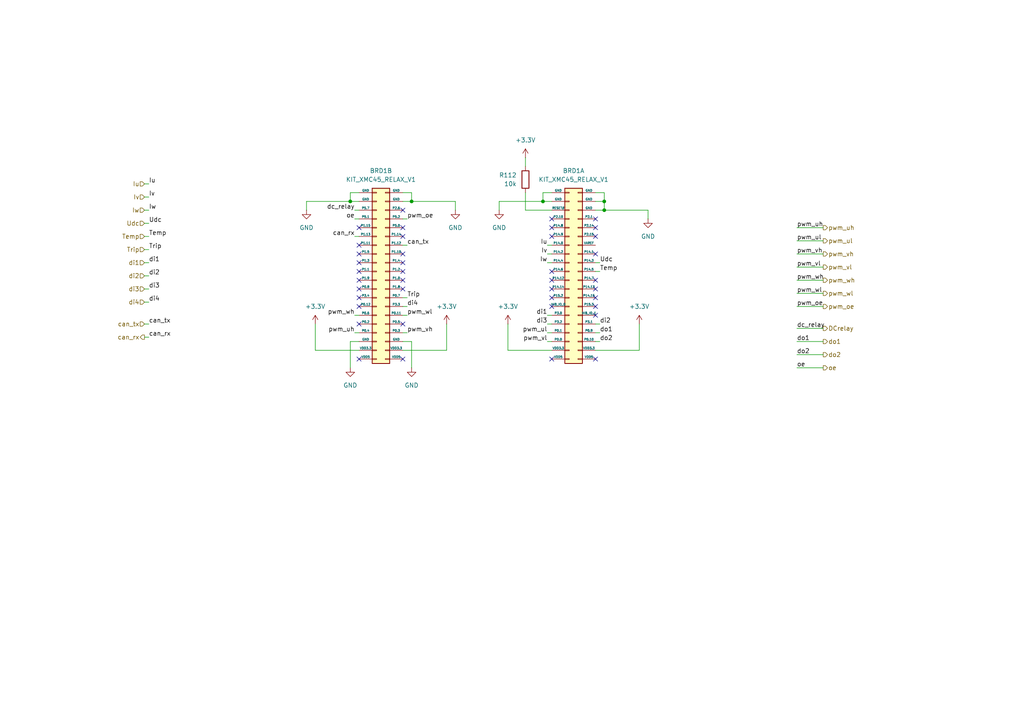
<source format=kicad_sch>
(kicad_sch (version 20231120) (generator "eeschema") (generator_version "8.0")
  (paper "A4")
  (lib_symbols
    (symbol "Device:R" (pin_numbers hide) (pin_names (offset 0))
      (property "Reference" "R" (at 2.032 0 90))
      (property "Value" "R" (at 0 0 90))
      (symbol "R_0_1"
        (rectangle (start -1.016 -2.54) (end 1.016 2.54) (stroke (width 0.254)))
      )
      (symbol "R_1_1"
        (pin passive line (at 0 3.81 270) (length 1.27) (name "~") (number "1"))
        (pin passive line (at 0 -3.81 90) (length 1.27) (name "~") (number "2"))
      )
    )
    (symbol "main:KIT_XMC45_RELAX_V1" (pin_numbers hide) (pin_names (offset 0))
      (property "Reference" "BRD" (at 0.254 26.162 0))
      (property "Value" "KIT_XMC45_RELAX_V1" (at 1.016 -28.702 0))
      (symbol "KIT_XMC45_RELAX_V1_1_1"
        (unit_name "X1")
        (rectangle (start -2.54 -25.273) (end -1.27 -25.527) (stroke (width 0.1524)))
        (rectangle (start -2.54 -22.733) (end -1.27 -22.987) (stroke (width 0.1524)))
        (rectangle (start -2.54 -20.193) (end -1.27 -20.447) (stroke (width 0.1524)))
        (rectangle (start -2.54 -17.653) (end -1.27 -17.907) (stroke (width 0.1524)))
        (rectangle (start -2.54 -15.113) (end -1.27 -15.367) (stroke (width 0.1524)))
        (rectangle (start -2.54 -12.573) (end -1.27 -12.827) (stroke (width 0.1524)))
        (rectangle (start -2.54 -10.033) (end -1.27 -10.287) (stroke (width 0.1524)))
        (rectangle (start -2.54 -7.493) (end -1.27 -7.747) (stroke (width 0.1524)))
        (rectangle (start -2.54 -4.953) (end -1.27 -5.207) (stroke (width 0.1524)))
        (rectangle (start -2.54 -2.413) (end -1.27 -2.667) (stroke (width 0.1524)))
        (rectangle (start -2.54 0.127) (end -1.27 -0.127) (stroke (width 0.1524)))
        (rectangle (start -2.54 2.667) (end -1.27 2.413) (stroke (width 0.1524)))
        (rectangle (start -2.54 5.207) (end -1.27 4.953) (stroke (width 0.1524)))
        (rectangle (start -2.54 7.747) (end -1.27 7.493) (stroke (width 0.1524)))
        (rectangle (start -2.54 10.287) (end -1.27 10.033) (stroke (width 0.1524)))
        (rectangle (start -2.54 12.827) (end -1.27 12.573) (stroke (width 0.1524)))
        (rectangle (start -2.54 15.367) (end -1.27 15.113) (stroke (width 0.1524)))
        (rectangle (start -2.54 17.907) (end -1.27 17.653) (stroke (width 0.1524)))
        (rectangle (start -2.54 20.447) (end -1.27 20.193) (stroke (width 0.1524)))
        (rectangle (start -2.54 22.987) (end -1.27 22.733) (stroke (width 0.1524)))
        (rectangle (start -2.54 24.13) (end 2.54 -26.67) (stroke (width 0.254)) (fill (type background)))
        (rectangle (start 2.54 -25.273) (end 1.27 -25.527) (stroke (width 0.1524)))
        (rectangle (start 2.54 -22.733) (end 1.27 -22.987) (stroke (width 0.1524)))
        (rectangle (start 2.54 -20.193) (end 1.27 -20.447) (stroke (width 0.1524)))
        (rectangle (start 2.54 -17.653) (end 1.27 -17.907) (stroke (width 0.1524)))
        (rectangle (start 2.54 -15.113) (end 1.27 -15.367) (stroke (width 0.1524)))
        (rectangle (start 2.54 -12.573) (end 1.27 -12.827) (stroke (width 0.1524)))
        (rectangle (start 2.54 -10.033) (end 1.27 -10.287) (stroke (width 0.1524)))
        (rectangle (start 2.54 -7.493) (end 1.27 -7.747) (stroke (width 0.1524)))
        (rectangle (start 2.54 -4.953) (end 1.27 -5.207) (stroke (width 0.1524)))
        (rectangle (start 2.54 -2.413) (end 1.27 -2.667) (stroke (width 0.1524)))
        (rectangle (start 2.54 0.127) (end 1.27 -0.127) (stroke (width 0.1524)))
        (rectangle (start 2.54 2.667) (end 1.27 2.413) (stroke (width 0.1524)))
        (rectangle (start 2.54 5.207) (end 1.27 4.953) (stroke (width 0.1524)))
        (rectangle (start 2.54 7.747) (end 1.27 7.493) (stroke (width 0.1524)))
        (rectangle (start 2.54 10.287) (end 1.27 10.033) (stroke (width 0.1524)))
        (rectangle (start 2.54 12.827) (end 1.27 12.573) (stroke (width 0.1524)))
        (rectangle (start 2.54 15.367) (end 1.27 15.113) (stroke (width 0.1524)))
        (rectangle (start 2.54 17.907) (end 1.27 17.653) (stroke (width 0.1524)))
        (rectangle (start 2.54 20.447) (end 1.27 20.193) (stroke (width 0.1524)))
        (rectangle (start 2.54 22.987) (end 1.27 22.733) (stroke (width 0.1524)))
        (pin passive line (at 6.35 22.86 180) (length 3.81) (name "GND") (number "1"))
        (pin passive line (at -6.35 12.7 0) (length 3.81) (name "P14.8") (number "10"))
        (pin passive line (at 6.35 10.16 180) (length 3.81) (name "P2.15") (number "11"))
        (pin passive line (at -6.35 10.16 0) (length 3.81) (name "P14.9") (number "12"))
        (pin passive line (at 6.35 7.62 180) (length 3.81) (name "VAREF") (number "13"))
        (pin passive line (at -6.35 7.62 0) (length 3.81) (name "P14.0") (number "14"))
        (pin passive line (at 6.35 5.08 180) (length 3.81) (name "P14.1") (number "15"))
        (pin passive line (at -6.35 5.08 0) (length 3.81) (name "P14.2") (number "16"))
        (pin passive line (at 6.35 2.54 180) (length 3.81) (name "P14.3") (number "17"))
        (pin passive line (at -6.35 2.54 0) (length 3.81) (name "P14.4") (number "18"))
        (pin passive line (at 6.35 0 180) (length 3.81) (name "P14.5") (number "19"))
        (pin passive line (at -6.35 22.86 0) (length 3.81) (name "GND") (number "2"))
        (pin passive line (at -6.35 0 0) (length 3.81) (name "P14.6") (number "20"))
        (pin passive line (at 6.35 -2.54 180) (length 3.81) (name "P14.7") (number "21"))
        (pin passive line (at -6.35 -2.54 0) (length 3.81) (name "P14.12") (number "22"))
        (pin passive line (at 6.35 -5.08 180) (length 3.81) (name "P14.13") (number "23"))
        (pin passive line (at -6.35 -5.08 0) (length 3.81) (name "P14.14") (number "24"))
        (pin passive line (at 6.35 -7.62 180) (length 3.81) (name "P14.15") (number "25"))
        (pin passive line (at -6.35 -7.62 0) (length 3.81) (name "P15.2") (number "26"))
        (pin passive line (at 6.35 -10.16 180) (length 3.81) (name "P15.3") (number "27"))
        (pin passive line (at -6.35 -10.16 0) (length 3.81) (name "HIB_IO_0") (number "28"))
        (pin passive line (at 6.35 -12.7 180) (length 3.81) (name "HIB_IO_1") (number "29"))
        (pin passive line (at 6.35 20.32 180) (length 3.81) (name "GND") (number "3"))
        (pin passive line (at -6.35 -12.7 0) (length 3.81) (name "P3.0") (number "30"))
        (pin passive line (at 6.35 -15.24 180) (length 3.81) (name "P3.1") (number "31"))
        (pin passive line (at -6.35 -15.24 0) (length 3.81) (name "P3.2") (number "32"))
        (pin passive line (at 6.35 -17.78 180) (length 3.81) (name "P0.9") (number "33"))
        (pin passive line (at -6.35 -17.78 0) (length 3.81) (name "P0.1") (number "34"))
        (pin passive line (at 6.35 -20.32 180) (length 3.81) (name "P0.10") (number "35"))
        (pin passive line (at -6.35 -20.32 0) (length 3.81) (name "P0.0") (number "36"))
        (pin passive line (at 6.35 -22.86 180) (length 3.81) (name "VDD3.3") (number "37"))
        (pin passive line (at -6.35 -22.86 0) (length 3.81) (name "VDD3.3") (number "38"))
        (pin passive line (at 6.35 -25.4 180) (length 3.81) (name "VDD5") (number "39"))
        (pin passive line (at -6.35 20.32 0) (length 3.81) (name "GND") (number "4"))
        (pin passive line (at -6.35 -25.4 0) (length 3.81) (name "VDD5") (number "40"))
        (pin passive line (at 6.35 17.78 180) (length 3.81) (name "GND") (number "5"))
        (pin passive line (at -6.35 17.78 0) (length 3.81) (name "RESET#") (number "6"))
        (pin passive line (at 6.35 15.24 180) (length 3.81) (name "P2.1") (number "7"))
        (pin passive line (at -6.35 15.24 0) (length 3.81) (name "P2.10") (number "8"))
        (pin passive line (at 6.35 12.7 180) (length 3.81) (name "P2.14") (number "9"))
      )
      (symbol "KIT_XMC45_RELAX_V1_2_1"
        (unit_name "X2")
        (rectangle (start -2.54 -25.273) (end -1.27 -25.527) (stroke (width 0.1524)))
        (rectangle (start -2.54 -22.733) (end -1.27 -22.987) (stroke (width 0.1524)))
        (rectangle (start -2.54 -20.193) (end -1.27 -20.447) (stroke (width 0.1524)))
        (rectangle (start -2.54 -17.653) (end -1.27 -17.907) (stroke (width 0.1524)))
        (rectangle (start -2.54 -15.113) (end -1.27 -15.367) (stroke (width 0.1524)))
        (rectangle (start -2.54 -12.573) (end -1.27 -12.827) (stroke (width 0.1524)))
        (rectangle (start -2.54 -10.033) (end -1.27 -10.287) (stroke (width 0.1524)))
        (rectangle (start -2.54 -7.493) (end -1.27 -7.747) (stroke (width 0.1524)))
        (rectangle (start -2.54 -4.953) (end -1.27 -5.207) (stroke (width 0.1524)))
        (rectangle (start -2.54 -2.413) (end -1.27 -2.667) (stroke (width 0.1524)))
        (rectangle (start -2.54 0.127) (end -1.27 -0.127) (stroke (width 0.1524)))
        (rectangle (start -2.54 2.667) (end -1.27 2.413) (stroke (width 0.1524)))
        (rectangle (start -2.54 5.207) (end -1.27 4.953) (stroke (width 0.1524)))
        (rectangle (start -2.54 7.747) (end -1.27 7.493) (stroke (width 0.1524)))
        (rectangle (start -2.54 10.287) (end -1.27 10.033) (stroke (width 0.1524)))
        (rectangle (start -2.54 12.827) (end -1.27 12.573) (stroke (width 0.1524)))
        (rectangle (start -2.54 15.367) (end -1.27 15.113) (stroke (width 0.1524)))
        (rectangle (start -2.54 17.907) (end -1.27 17.653) (stroke (width 0.1524)))
        (rectangle (start -2.54 20.447) (end -1.27 20.193) (stroke (width 0.1524)))
        (rectangle (start -2.54 22.987) (end -1.27 22.733) (stroke (width 0.1524)))
        (rectangle (start -2.54 24.13) (end 2.54 -26.67) (stroke (width 0.254)) (fill (type background)))
        (rectangle (start 2.54 -25.273) (end 1.27 -25.527) (stroke (width 0.1524)))
        (rectangle (start 2.54 -22.733) (end 1.27 -22.987) (stroke (width 0.1524)))
        (rectangle (start 2.54 -20.193) (end 1.27 -20.447) (stroke (width 0.1524)))
        (rectangle (start 2.54 -17.653) (end 1.27 -17.907) (stroke (width 0.1524)))
        (rectangle (start 2.54 -15.113) (end 1.27 -15.367) (stroke (width 0.1524)))
        (rectangle (start 2.54 -12.573) (end 1.27 -12.827) (stroke (width 0.1524)))
        (rectangle (start 2.54 -10.033) (end 1.27 -10.287) (stroke (width 0.1524)))
        (rectangle (start 2.54 -7.493) (end 1.27 -7.747) (stroke (width 0.1524)))
        (rectangle (start 2.54 -4.953) (end 1.27 -5.207) (stroke (width 0.1524)))
        (rectangle (start 2.54 -2.413) (end 1.27 -2.667) (stroke (width 0.1524)))
        (rectangle (start 2.54 0.127) (end 1.27 -0.127) (stroke (width 0.1524)))
        (rectangle (start 2.54 2.667) (end 1.27 2.413) (stroke (width 0.1524)))
        (rectangle (start 2.54 5.207) (end 1.27 4.953) (stroke (width 0.1524)))
        (rectangle (start 2.54 7.747) (end 1.27 7.493) (stroke (width 0.1524)))
        (rectangle (start 2.54 10.287) (end 1.27 10.033) (stroke (width 0.1524)))
        (rectangle (start 2.54 12.827) (end 1.27 12.573) (stroke (width 0.1524)))
        (rectangle (start 2.54 15.367) (end 1.27 15.113) (stroke (width 0.1524)))
        (rectangle (start 2.54 17.907) (end 1.27 17.653) (stroke (width 0.1524)))
        (rectangle (start 2.54 20.447) (end 1.27 20.193) (stroke (width 0.1524)))
        (rectangle (start 2.54 22.987) (end 1.27 22.733) (stroke (width 0.1524)))
        (pin passive line (at 6.35 22.86 180) (length 3.81) (name "GND") (number "1"))
        (pin passive line (at -6.35 12.7 0) (length 3.81) (name "P1.15") (number "10"))
        (pin passive line (at 6.35 10.16 180) (length 3.81) (name "P1.14") (number "11"))
        (pin passive line (at -6.35 10.16 0) (length 3.81) (name "P1.13") (number "12"))
        (pin passive line (at 6.35 7.62 180) (length 3.81) (name "P1.12") (number "13"))
        (pin passive line (at -6.35 7.62 0) (length 3.81) (name "P1.11") (number "14"))
        (pin passive line (at 6.35 5.08 180) (length 3.81) (name "P1.10") (number "15"))
        (pin passive line (at -6.35 5.08 0) (length 3.81) (name "P1.5") (number "16"))
        (pin passive line (at 6.35 2.54 180) (length 3.81) (name "P1.4") (number "17"))
        (pin passive line (at -6.35 2.54 0) (length 3.81) (name "P1.3") (number "18"))
        (pin passive line (at 6.35 0 180) (length 3.81) (name "P1.2") (number "19"))
        (pin passive line (at -6.35 22.86 0) (length 3.81) (name "GND") (number "2"))
        (pin passive line (at -6.35 0 0) (length 3.81) (name "P1.1") (number "20"))
        (pin passive line (at 6.35 -2.54 180) (length 3.81) (name "P1.0") (number "21"))
        (pin passive line (at -6.35 -2.54 0) (length 3.81) (name "P1.9") (number "22"))
        (pin passive line (at 6.35 -5.08 180) (length 3.81) (name "P1.8") (number "23"))
        (pin passive line (at -6.35 -5.08 0) (length 3.81) (name "P0.8") (number "24"))
        (pin passive line (at 6.35 -7.62 180) (length 3.81) (name "P0.7") (number "25"))
        (pin passive line (at -6.35 -7.62 0) (length 3.81) (name "P3.4") (number "26"))
        (pin passive line (at 6.35 -10.16 180) (length 3.81) (name "P3.3") (number "27"))
        (pin passive line (at -6.35 -10.16 0) (length 3.81) (name "P0.12") (number "28"))
        (pin passive line (at 6.35 -12.7 180) (length 3.81) (name "P0.11") (number "29"))
        (pin passive line (at 6.35 20.32 180) (length 3.81) (name "GND") (number "3"))
        (pin passive line (at -6.35 -12.7 0) (length 3.81) (name "P0.6") (number "30"))
        (pin passive line (at 6.35 -15.24 180) (length 3.81) (name "P0.5") (number "31"))
        (pin passive line (at -6.35 -15.24 0) (length 3.81) (name "P0.2") (number "32"))
        (pin passive line (at 6.35 -17.78 180) (length 3.81) (name "P0.3") (number "33"))
        (pin passive line (at -6.35 -17.78 0) (length 3.81) (name "P0.4") (number "34"))
        (pin passive line (at 6.35 -20.32 180) (length 3.81) (name "GND") (number "35"))
        (pin passive line (at -6.35 -20.32 0) (length 3.81) (name "GND") (number "36"))
        (pin passive line (at 6.35 -22.86 180) (length 3.81) (name "VDD3.3") (number "37"))
        (pin passive line (at -6.35 -22.86 0) (length 3.81) (name "VDD3.3") (number "38"))
        (pin passive line (at 6.35 -25.4 180) (length 3.81) (name "VDD5") (number "39"))
        (pin passive line (at -6.35 20.32 0) (length 3.81) (name "GND") (number "4"))
        (pin passive line (at -6.35 -25.4 0) (length 3.81) (name "VDD5") (number "40"))
        (pin passive line (at 6.35 17.78 180) (length 3.81) (name "P2.6") (number "5"))
        (pin passive line (at -6.35 17.78 0) (length 3.81) (name "P5.7") (number "6"))
        (pin passive line (at 6.35 15.24 180) (length 3.81) (name "P5.2") (number "7"))
        (pin passive line (at -6.35 15.24 0) (length 3.81) (name "P5.1") (number "8"))
        (pin passive line (at 6.35 12.7 180) (length 3.81) (name "P5.0") (number "9"))
      )
    )
    (symbol "power:+3.3V" (power) (pin_numbers hide) (pin_names (offset 0) hide)
      (property "Value" "+3.3V" (at 0 3.556 0))
      (symbol "+3.3V_0_1"
        (polyline (pts (xy -0.762 1.27) (xy 0 2.54)))
        (polyline (pts (xy 0 0) (xy 0 2.54)))
        (polyline (pts (xy 0 2.54) (xy 0.762 1.27)))
      )
      (symbol "+3.3V_1_1"
        (pin power_in line (at 0 0 90) (length 0) (name "~") (number "1"))
      )
    )
    (symbol "power:GND" (power) (pin_numbers hide) (pin_names (offset 0) hide)
      (property "Value" "GND" (at 0 -3.81 0))
      (symbol "GND_0_1"
        (polyline (pts (xy 0 0) (xy 0 -1.27) (xy 1.27 -1.27) (xy 0 -2.54) (xy -1.27 -1.27) (xy 0 -1.27)))
      )
      (symbol "GND_1_1"
        (pin power_in line (at 0 0 270) (length 0) (name "~") (number "1"))
      )
    )
  )
  (junction (at 119.38 58.42))
  (junction (at 175.26 60.96))
  (junction (at 101.6 58.42))
  (junction (at 175.26 58.42))
  (junction (at 157.48 58.42))
  (no_connect (at 104.14 104.14))
  (no_connect (at 116.84 68.58))
  (no_connect (at 172.72 86.36))
  (no_connect (at 160.02 66.04))
  (no_connect (at 160.02 86.36))
  (no_connect (at 104.14 71.12))
  (no_connect (at 172.72 63.5))
  (no_connect (at 104.14 86.36))
  (no_connect (at 116.84 93.98))
  (no_connect (at 116.84 66.04))
  (no_connect (at 160.02 63.5))
  (no_connect (at 104.14 83.82))
  (no_connect (at 160.02 83.82))
  (no_connect (at 160.02 104.14))
  (no_connect (at 104.14 73.66))
  (no_connect (at 104.14 76.2))
  (no_connect (at 116.84 104.14))
  (no_connect (at 116.84 78.74))
  (no_connect (at 116.84 83.82))
  (no_connect (at 116.84 73.66))
  (no_connect (at 172.72 73.66))
  (no_connect (at 172.72 88.9))
  (no_connect (at 116.84 81.28))
  (no_connect (at 172.72 66.04))
  (no_connect (at 104.14 81.28))
  (no_connect (at 160.02 68.58))
  (no_connect (at 172.72 104.14))
  (no_connect (at 104.14 78.74))
  (no_connect (at 104.14 66.04))
  (no_connect (at 172.72 91.44))
  (no_connect (at 116.84 60.96))
  (no_connect (at 172.72 68.58))
  (no_connect (at 116.84 76.2))
  (no_connect (at 172.72 81.28))
  (no_connect (at 160.02 78.74))
  (no_connect (at 160.02 88.9))
  (no_connect (at 160.02 81.28))
  (no_connect (at 104.14 93.98))
  (no_connect (at 172.72 83.82))
  (no_connect (at 104.14 88.9))
  (wire (pts (xy 160.02 60.96) (xy 152.4 60.96)))
  (wire (pts (xy 231.14 102.87) (xy 238.76 102.87)))
  (wire (pts (xy 231.14 69.85) (xy 238.76 69.85)))
  (wire (pts (xy 41.91 87.63) (xy 43.18 87.63)))
  (wire (pts (xy 144.78 58.42) (xy 157.48 58.42)))
  (wire (pts (xy 185.42 101.6) (xy 172.72 101.6)))
  (wire (pts (xy 116.84 99.06) (xy 119.38 99.06)))
  (wire (pts (xy 41.91 76.2) (xy 43.18 76.2)))
  (wire (pts (xy 144.78 60.96) (xy 144.78 58.42)))
  (wire (pts (xy 158.75 73.66) (xy 160.02 73.66)))
  (wire (pts (xy 41.91 72.39) (xy 43.18 72.39)))
  (wire (pts (xy 116.84 96.52) (xy 118.11 96.52)))
  (wire (pts (xy 116.84 55.88) (xy 119.38 55.88)))
  (wire (pts (xy 231.14 99.06) (xy 238.76 99.06)))
  (wire (pts (xy 152.4 45.72) (xy 152.4 48.26)))
  (wire (pts (xy 104.14 101.6) (xy 91.44 101.6)))
  (wire (pts (xy 119.38 106.68) (xy 119.38 99.06)))
  (wire (pts (xy 116.84 63.5) (xy 118.11 63.5)))
  (wire (pts (xy 158.75 93.98) (xy 160.02 93.98)))
  (wire (pts (xy 187.96 60.96) (xy 175.26 60.96)))
  (wire (pts (xy 172.72 93.98) (xy 173.99 93.98)))
  (wire (pts (xy 152.4 60.96) (xy 152.4 55.88)))
  (wire (pts (xy 116.84 91.44) (xy 118.11 91.44)))
  (wire (pts (xy 41.91 97.79) (xy 43.18 97.79)))
  (wire (pts (xy 160.02 58.42) (xy 157.48 58.42)))
  (wire (pts (xy 231.14 77.47) (xy 238.76 77.47)))
  (wire (pts (xy 129.54 101.6) (xy 116.84 101.6)))
  (wire (pts (xy 41.91 68.58) (xy 43.18 68.58)))
  (wire (pts (xy 41.91 53.34) (xy 43.18 53.34)))
  (wire (pts (xy 101.6 106.68) (xy 101.6 99.06)))
  (wire (pts (xy 41.91 83.82) (xy 43.18 83.82)))
  (wire (pts (xy 41.91 93.98) (xy 43.18 93.98)))
  (wire (pts (xy 116.84 71.12) (xy 118.11 71.12)))
  (wire (pts (xy 41.91 80.01) (xy 43.18 80.01)))
  (wire (pts (xy 158.75 96.52) (xy 160.02 96.52)))
  (wire (pts (xy 172.72 78.74) (xy 173.99 78.74)))
  (wire (pts (xy 41.91 64.77) (xy 43.18 64.77)))
  (wire (pts (xy 231.14 95.25) (xy 238.76 95.25)))
  (wire (pts (xy 172.72 96.52) (xy 173.99 96.52)))
  (wire (pts (xy 172.72 60.96) (xy 175.26 60.96)))
  (wire (pts (xy 158.75 76.2) (xy 160.02 76.2)))
  (wire (pts (xy 132.08 60.96) (xy 132.08 58.42)))
  (wire (pts (xy 157.48 58.42) (xy 157.48 55.88)))
  (wire (pts (xy 231.14 88.9) (xy 238.76 88.9)))
  (wire (pts (xy 41.91 60.96) (xy 43.18 60.96)))
  (wire (pts (xy 102.87 60.96) (xy 104.14 60.96)))
  (wire (pts (xy 147.32 93.98) (xy 147.32 101.6)))
  (wire (pts (xy 187.96 63.5) (xy 187.96 60.96)))
  (wire (pts (xy 116.84 88.9) (xy 118.11 88.9)))
  (wire (pts (xy 102.87 96.52) (xy 104.14 96.52)))
  (wire (pts (xy 172.72 99.06) (xy 173.99 99.06)))
  (wire (pts (xy 102.87 91.44) (xy 104.14 91.44)))
  (wire (pts (xy 147.32 101.6) (xy 160.02 101.6)))
  (wire (pts (xy 102.87 63.5) (xy 104.14 63.5)))
  (wire (pts (xy 158.75 99.06) (xy 160.02 99.06)))
  (wire (pts (xy 231.14 66.04) (xy 238.76 66.04)))
  (wire (pts (xy 104.14 58.42) (xy 101.6 58.42)))
  (wire (pts (xy 231.14 81.28) (xy 238.76 81.28)))
  (wire (pts (xy 172.72 58.42) (xy 175.26 58.42)))
  (wire (pts (xy 116.84 86.36) (xy 118.11 86.36)))
  (wire (pts (xy 102.87 68.58) (xy 104.14 68.58)))
  (wire (pts (xy 231.14 85.09) (xy 238.76 85.09)))
  (wire (pts (xy 175.26 60.96) (xy 175.26 58.42)))
  (wire (pts (xy 172.72 76.2) (xy 173.99 76.2)))
  (wire (pts (xy 104.14 99.06) (xy 101.6 99.06)))
  (wire (pts (xy 132.08 58.42) (xy 119.38 58.42)))
  (wire (pts (xy 88.9 58.42) (xy 101.6 58.42)))
  (wire (pts (xy 116.84 58.42) (xy 119.38 58.42)))
  (wire (pts (xy 175.26 55.88) (xy 175.26 58.42)))
  (wire (pts (xy 41.91 57.15) (xy 43.18 57.15)))
  (wire (pts (xy 231.14 73.66) (xy 238.76 73.66)))
  (wire (pts (xy 231.14 106.68) (xy 238.76 106.68)))
  (wire (pts (xy 91.44 101.6) (xy 91.44 93.98)))
  (wire (pts (xy 172.72 55.88) (xy 175.26 55.88)))
  (wire (pts (xy 101.6 58.42) (xy 101.6 55.88)))
  (wire (pts (xy 119.38 58.42) (xy 119.38 55.88)))
  (wire (pts (xy 129.54 93.98) (xy 129.54 101.6)))
  (wire (pts (xy 88.9 60.96) (xy 88.9 58.42)))
  (wire (pts (xy 158.75 91.44) (xy 160.02 91.44)))
  (wire (pts (xy 160.02 55.88) (xy 157.48 55.88)))
  (wire (pts (xy 101.6 55.88) (xy 104.14 55.88)))
  (wire (pts (xy 158.75 71.12) (xy 160.02 71.12)))
  (wire (pts (xy 185.42 93.98) (xy 185.42 101.6)))
  (label "Udc" (at 43.18 64.77 0))
  (label "oe" (at 231.14 106.68 0))
  (label "Iw" (at 43.18 60.96 0))
  (label "pwm_uh" (at 231.14 66.04 0))
  (label "pwm_ul" (at 231.14 69.85 0))
  (label "can_rx" (at 43.18 97.79 0))
  (label "pwm_wh" (at 231.14 81.28 0))
  (label "pwm_vl" (at 231.14 77.47 0))
  (label "Iv" (at 43.18 57.15 0))
  (label "di3" (at 43.18 83.82 0))
  (label "do2" (at 231.14 102.87 0))
  (label "pwm_wl" (at 231.14 85.09 0))
  (label "can_tx" (at 43.18 93.98 0))
  (label "Trip" (at 118.11 86.36 0))
  (label "pwm_oe" (at 118.11 63.5 0))
  (label "pwm_ul" (at 158.75 96.52 180))
  (label "do1" (at 231.14 99.06 0))
  (label "di4" (at 118.11 88.9 0))
  (label "pwm_vh" (at 118.11 96.52 0))
  (label "di2" (at 173.99 93.98 0))
  (label "di3" (at 158.75 93.98 180))
  (label "Iu" (at 43.18 53.34 0))
  (label "pwm_vh" (at 231.14 73.66 0))
  (label "Iv" (at 158.75 73.66 180))
  (label "pwm_wl" (at 118.11 91.44 0))
  (label "di2" (at 43.18 80.01 0))
  (label "Trip" (at 43.18 72.39 0))
  (label "do2" (at 173.99 99.06 0))
  (label "dc_relay" (at 102.87 60.96 180))
  (label "pwm_oe" (at 231.14 88.9 0))
  (label "can_tx" (at 118.11 71.12 0))
  (label "di4" (at 43.18 87.63 0))
  (label "dc_relay" (at 231.14 95.25 0))
  (label "pwm_wh" (at 102.87 91.44 180))
  (label "pwm_uh" (at 102.87 96.52 180))
  (label "Temp" (at 173.99 78.74 0))
  (label "oe" (at 102.87 63.5 180))
  (label "di1" (at 158.75 91.44 180))
  (label "di1" (at 43.18 76.2 0))
  (label "can_rx" (at 102.87 68.58 180))
  (label "Udc" (at 173.99 76.2 0))
  (label "Iw" (at 158.75 76.2 180))
  (label "Temp" (at 43.18 68.58 0))
  (label "Iu" (at 158.75 71.12 180))
  (label "do1" (at 173.99 96.52 0))
  (label "pwm_vl" (at 158.75 99.06 180))
  (hierarchical_label "Iu" (shape input) (at 41.91 53.34 180))
  (hierarchical_label "pwm_wh" (shape output) (at 238.76 81.28 0))
  (hierarchical_label "di2" (shape input) (at 41.91 80.01 180))
  (hierarchical_label "can_rx" (shape output) (at 41.91 97.79 180))
  (hierarchical_label "di3" (shape input) (at 41.91 83.82 180))
  (hierarchical_label "di4" (shape input) (at 41.91 87.63 180))
  (hierarchical_label "Iw" (shape input) (at 41.91 60.96 180))
  (hierarchical_label "Udc" (shape input) (at 41.91 64.77 180))
  (hierarchical_label "di1" (shape input) (at 41.91 76.2 180))
  (hierarchical_label "pwm_ul" (shape output) (at 238.76 69.85 0))
  (hierarchical_label "pwm_vl" (shape output) (at 238.76 77.47 0))
  (hierarchical_label "DCrelay" (shape output) (at 238.76 95.25 0))
  (hierarchical_label "do1" (shape output) (at 238.76 99.06 0))
  (hierarchical_label "pwm_wl" (shape output) (at 238.76 85.09 0))
  (hierarchical_label "Temp" (shape input) (at 41.91 68.58 180))
  (hierarchical_label "Iv" (shape input) (at 41.91 57.15 180))
  (hierarchical_label "Trip" (shape input) (at 41.91 72.39 180))
  (hierarchical_label "pwm_oe" (shape output) (at 238.76 88.9 0))
  (hierarchical_label "do2" (shape output) (at 238.76 102.87 0))
  (hierarchical_label "pwm_vh" (shape output) (at 238.76 73.66 0))
  (hierarchical_label "oe" (shape output) (at 238.76 106.68 0))
  (hierarchical_label "can_tx" (shape input) (at 41.91 93.98 180))
  (hierarchical_label "pwm_uh" (shape output) (at 238.76 66.04 0))
  (symbol (lib_id "main:KIT_XMC45_RELAX_V1") (at 110.49 78.74 0) (unit 2)
    (property "Reference" "BRD1" (at 110.49 49.53 0))
    (property "Value" "KIT_XMC45_RELAX_V1" (at 110.49 52.07 0))
    (property "Footprint" "main:XMC45_RELAX_KIT_V1" (effects (hide yes)))
    (property "Datasheet" "https://www.infineon.com/cms/en/product/evaluation-boards/kit_xmc45_relax_v1/" (effects (hide yes)))
    (property "Description" "XMC4500 Relax evaluation kit" (effects (hide yes)))
  )
  (symbol (lib_id "power:GND") (at 88.9 60.96 0) (unit 1)
    (property "Reference" "#PWR117" (effects (hide yes)))
    (property "Value" "GND" (at 88.9 66.04 0))
    (property "Description" "Power symbol creates a global label with name \"GND\" , ground" (effects (hide yes)))
  )
  (symbol (lib_id "power:+3.3V") (at 152.4 45.72 0) (unit 1)
    (property "Reference" "#PWR123" (effects (hide yes)))
    (property "Value" "+3.3V" (at 152.4 40.64 0))
    (property "Description" "Power symbol creates a global label with name \"+3.3V\"" (effects (hide yes)))
  )
  (symbol (lib_id "Device:R") (at 152.4 52.07 0) (mirror x) (unit 1)
    (property "Reference" "R112" (at 149.86 50.7999 0) (effects (justify right)))
    (property "Value" "10k" (at 149.86 53.3399 0) (effects (justify right)))
    (property "Footprint" "Resistor_SMD:R_0805_2012Metric" (effects (hide yes)))
    (property "Description" "Resistor" (effects (hide yes)))
  )
  (symbol (lib_id "power:GND") (at 101.6 106.68 0) (unit 1)
    (property "Reference" "#PWR122" (effects (hide yes)))
    (property "Value" "GND" (at 101.6 111.76 0))
    (property "Description" "Power symbol creates a global label with name \"GND\" , ground" (effects (hide yes)))
  )
  (symbol (lib_id "power:GND") (at 144.78 60.96 0) (unit 1)
    (property "Reference" "#PWR120" (effects (hide yes)))
    (property "Value" "GND" (at 144.78 66.04 0))
    (property "Description" "Power symbol creates a global label with name \"GND\" , ground" (effects (hide yes)))
  )
  (symbol (lib_id "power:+3.3V") (at 147.32 93.98 0) (mirror y) (unit 1)
    (property "Reference" "#PWR127" (effects (hide yes)))
    (property "Value" "+3.3V" (at 147.32 88.9 0))
    (property "Description" "Power symbol creates a global label with name \"+3.3V\"" (effects (hide yes)))
  )
  (symbol (lib_id "power:GND") (at 132.08 60.96 0) (mirror y) (unit 1)
    (property "Reference" "#PWR118" (effects (hide yes)))
    (property "Value" "GND" (at 132.08 66.04 0))
    (property "Description" "Power symbol creates a global label with name \"GND\" , ground" (effects (hide yes)))
  )
  (symbol (lib_id "power:GND") (at 187.96 63.5 0) (mirror y) (unit 1)
    (property "Reference" "#PWR119" (effects (hide yes)))
    (property "Value" "GND" (at 187.96 68.58 0))
    (property "Description" "Power symbol creates a global label with name \"GND\" , ground" (effects (hide yes)))
  )
  (symbol (lib_id "power:+3.3V") (at 129.54 93.98 0) (unit 1)
    (property "Reference" "#PWR125" (effects (hide yes)))
    (property "Value" "+3.3V" (at 129.54 88.9 0))
    (property "Description" "Power symbol creates a global label with name \"+3.3V\"" (effects (hide yes)))
  )
  (symbol (lib_id "power:GND") (at 119.38 106.68 0) (mirror y) (unit 1)
    (property "Reference" "#PWR121" (effects (hide yes)))
    (property "Value" "GND" (at 119.38 111.76 0))
    (property "Description" "Power symbol creates a global label with name \"GND\" , ground" (effects (hide yes)))
  )
  (symbol (lib_id "main:KIT_XMC45_RELAX_V1") (at 166.37 78.74 0) (unit 1)
    (property "Reference" "BRD1" (at 166.37 49.53 0))
    (property "Value" "KIT_XMC45_RELAX_V1" (at 166.37 52.07 0))
    (property "Footprint" "main:XMC45_RELAX_KIT_V1" (effects (hide yes)))
    (property "Datasheet" "https://www.infineon.com/cms/en/product/evaluation-boards/kit_xmc45_relax_v1/" (effects (hide yes)))
    (property "Description" "XMC4500 Relax evaluation kit" (effects (hide yes)))
  )
  (symbol (lib_id "power:+3.3V") (at 91.44 93.98 0) (unit 1)
    (property "Reference" "#PWR124" (effects (hide yes)))
    (property "Value" "+3.3V" (at 91.44 88.9 0))
    (property "Description" "Power symbol creates a global label with name \"+3.3V\"" (effects (hide yes)))
  )
  (symbol (lib_id "power:+3.3V") (at 185.42 93.98 0) (unit 1)
    (property "Reference" "#PWR126" (effects (hide yes)))
    (property "Value" "+3.3V" (at 185.42 88.9 0))
    (property "Description" "Power symbol creates a global label with name \"+3.3V\"" (effects (hide yes)))
  )
)
</source>
